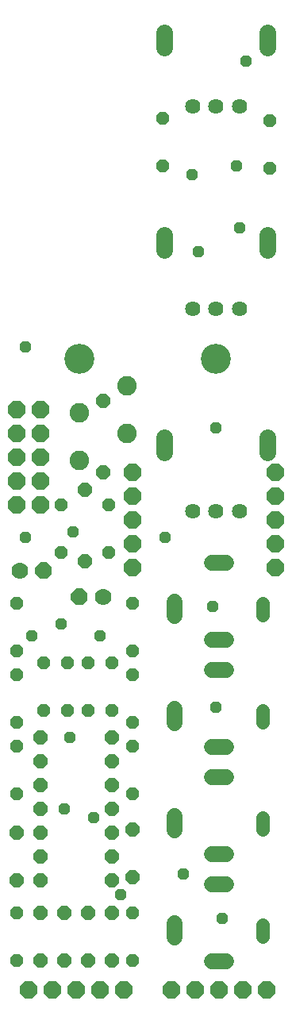
<source format=gbr>
G04 EAGLE Gerber RS-274X export*
G75*
%MOMM*%
%FSLAX34Y34*%
%LPD*%
%INSoldermask Bottom*%
%IPPOS*%
%AMOC8*
5,1,8,0,0,1.08239X$1,22.5*%
G01*
%ADD10C,3.203200*%
%ADD11P,1.527469X8X112.500000*%
%ADD12P,1.527469X8X292.500000*%
%ADD13C,2.082800*%
%ADD14P,1.649562X8X292.500000*%
%ADD15P,1.924489X8X202.500000*%
%ADD16C,1.778000*%
%ADD17P,1.924489X8X22.500000*%
%ADD18P,2.034460X8X292.500000*%
%ADD19P,2.034460X8X202.500000*%
%ADD20P,2.034460X8X22.500000*%
%ADD21P,1.649562X8X112.500000*%
%ADD22C,1.727200*%
%ADD23C,1.473200*%
%ADD24P,1.649562X8X202.500000*%
%ADD25C,1.625600*%
%ADD26C,1.803200*%
%ADD27P,2.034460X8X112.500000*%
%ADD28P,1.319650X8X22.500000*%


D10*
X73025Y685800D03*
X-73025Y685800D03*
D11*
X-92075Y479425D03*
X-92075Y530225D03*
D12*
X-41275Y530225D03*
X-41275Y479425D03*
D13*
X-73025Y577850D03*
X-73025Y628650D03*
X-22225Y606425D03*
X-22225Y657225D03*
D14*
X-66675Y469900D03*
X-66675Y546100D03*
X-47625Y565150D03*
X-47625Y641350D03*
D15*
X-73025Y431800D03*
D16*
X-47625Y431800D03*
D17*
X-111125Y460375D03*
D16*
X-136525Y460375D03*
D18*
X-114300Y631825D03*
X-139700Y631825D03*
X-114300Y606425D03*
X-139700Y606425D03*
X-114300Y581025D03*
X-139700Y581025D03*
X-114300Y555625D03*
X-139700Y555625D03*
X-114300Y530225D03*
X-139700Y530225D03*
D19*
X-15875Y463550D03*
X-15875Y488950D03*
X-15875Y514350D03*
X-15875Y539750D03*
X-15875Y565150D03*
D20*
X136525Y463550D03*
X136525Y488950D03*
X136525Y514350D03*
X136525Y539750D03*
X136525Y565150D03*
D11*
X-15875Y298450D03*
X-15875Y349250D03*
D12*
X-15875Y273050D03*
X-15875Y222250D03*
D21*
X-88900Y95250D03*
X-88900Y44450D03*
X-114300Y95250D03*
X-114300Y44450D03*
D11*
X-139700Y298450D03*
X-139700Y349250D03*
D12*
X-139700Y273050D03*
X-139700Y222250D03*
D21*
X-139700Y180975D03*
X-139700Y130175D03*
X-15875Y184150D03*
X-15875Y133350D03*
X-38100Y95250D03*
X-38100Y44450D03*
X-63500Y95250D03*
X-63500Y44450D03*
D11*
X-139700Y44450D03*
X-139700Y95250D03*
D22*
X29200Y83820D02*
X29200Y68580D01*
D23*
X123200Y69850D02*
X123200Y82550D01*
D22*
X83820Y43200D02*
X68580Y43200D01*
X68580Y125200D02*
X83820Y125200D01*
D24*
X-38100Y130175D03*
X-38100Y155575D03*
X-38100Y282575D03*
X-114300Y282575D03*
X-38100Y180975D03*
X-38100Y206375D03*
X-38100Y257175D03*
X-38100Y231775D03*
X-114300Y257175D03*
X-114300Y231775D03*
X-114300Y206375D03*
X-114300Y180975D03*
X-114300Y155575D03*
X-114300Y130175D03*
D22*
X29200Y411480D02*
X29200Y426720D01*
D23*
X123200Y425450D02*
X123200Y412750D01*
D22*
X83820Y386100D02*
X68580Y386100D01*
X68580Y468100D02*
X83820Y468100D01*
D25*
X48025Y739775D03*
X73025Y739775D03*
X98025Y739775D03*
D26*
X18025Y801775D02*
X18025Y817775D01*
X128025Y817775D02*
X128025Y801775D01*
D25*
X48025Y955675D03*
X73025Y955675D03*
X98025Y955675D03*
D26*
X18025Y1017675D02*
X18025Y1033675D01*
X128025Y1033675D02*
X128025Y1017675D01*
D12*
X-63500Y361950D03*
X-63500Y311150D03*
D11*
X-38100Y311150D03*
X-38100Y361950D03*
D12*
X-15875Y425450D03*
X-15875Y374650D03*
D22*
X29200Y198120D02*
X29200Y182880D01*
D23*
X123200Y184150D02*
X123200Y196850D01*
D22*
X83820Y157500D02*
X68580Y157500D01*
X68580Y239500D02*
X83820Y239500D01*
D11*
X-139700Y374650D03*
X-139700Y425450D03*
D12*
X-111125Y361950D03*
X-111125Y311150D03*
D11*
X-15875Y44450D03*
X-15875Y95250D03*
D22*
X29200Y297180D02*
X29200Y312420D01*
D23*
X123200Y311150D02*
X123200Y298450D01*
D22*
X83820Y271800D02*
X68580Y271800D01*
X68580Y353800D02*
X83820Y353800D01*
D25*
X48025Y523875D03*
X73025Y523875D03*
X98025Y523875D03*
D26*
X18025Y585875D02*
X18025Y601875D01*
X128025Y601875D02*
X128025Y585875D01*
D11*
X130175Y889000D03*
X130175Y939800D03*
X15875Y892175D03*
X15875Y942975D03*
D12*
X-85725Y361950D03*
X-85725Y311150D03*
D18*
X25400Y12700D03*
X50800Y12700D03*
X76200Y12700D03*
X101600Y12700D03*
X127000Y12700D03*
D27*
X-127000Y12700D03*
X-101600Y12700D03*
X-76200Y12700D03*
X-50800Y12700D03*
X-25400Y12700D03*
D28*
X47625Y882650D03*
X95250Y892175D03*
X104775Y1003300D03*
X53975Y800100D03*
X98425Y825500D03*
X73025Y612775D03*
X19050Y495300D03*
X69850Y422275D03*
X73025Y314325D03*
X79375Y88900D03*
X38100Y136525D03*
X-28575Y114300D03*
X-57150Y196850D03*
X-88900Y206375D03*
X-82550Y282575D03*
X-92075Y403225D03*
X-50800Y390525D03*
X-123825Y390525D03*
X-130175Y495300D03*
X-79375Y501650D03*
X-130175Y698500D03*
M02*

</source>
